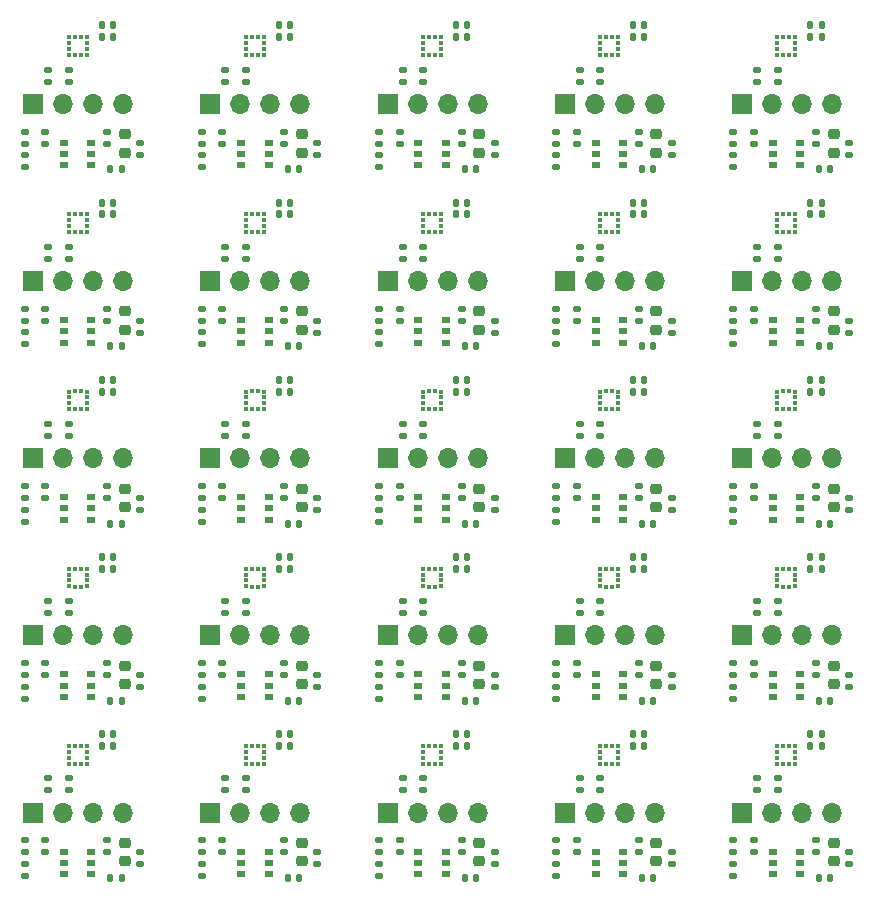
<source format=gbr>
%TF.GenerationSoftware,KiCad,Pcbnew,7.0.1*%
%TF.CreationDate,2025-01-22T12:30:56-05:00*%
%TF.ProjectId,TrackRingA-panel,54726163-6b52-4696-9e67-412d70616e65,rev?*%
%TF.SameCoordinates,Original*%
%TF.FileFunction,Soldermask,Top*%
%TF.FilePolarity,Negative*%
%FSLAX46Y46*%
G04 Gerber Fmt 4.6, Leading zero omitted, Abs format (unit mm)*
G04 Created by KiCad (PCBNEW 7.0.1) date 2025-01-22 12:30:56*
%MOMM*%
%LPD*%
G01*
G04 APERTURE LIST*
G04 Aperture macros list*
%AMRoundRect*
0 Rectangle with rounded corners*
0 $1 Rounding radius*
0 $2 $3 $4 $5 $6 $7 $8 $9 X,Y pos of 4 corners*
0 Add a 4 corners polygon primitive as box body*
4,1,4,$2,$3,$4,$5,$6,$7,$8,$9,$2,$3,0*
0 Add four circle primitives for the rounded corners*
1,1,$1+$1,$2,$3*
1,1,$1+$1,$4,$5*
1,1,$1+$1,$6,$7*
1,1,$1+$1,$8,$9*
0 Add four rect primitives between the rounded corners*
20,1,$1+$1,$2,$3,$4,$5,0*
20,1,$1+$1,$4,$5,$6,$7,0*
20,1,$1+$1,$6,$7,$8,$9,0*
20,1,$1+$1,$8,$9,$2,$3,0*%
G04 Aperture macros list end*
%ADD10R,0.375000X0.350000*%
%ADD11R,0.350000X0.375000*%
%ADD12RoundRect,0.140000X0.140000X0.170000X-0.140000X0.170000X-0.140000X-0.170000X0.140000X-0.170000X0*%
%ADD13RoundRect,0.135000X0.185000X-0.135000X0.185000X0.135000X-0.185000X0.135000X-0.185000X-0.135000X0*%
%ADD14RoundRect,0.218750X0.256250X-0.218750X0.256250X0.218750X-0.256250X0.218750X-0.256250X-0.218750X0*%
%ADD15RoundRect,0.135000X-0.185000X0.135000X-0.185000X-0.135000X0.185000X-0.135000X0.185000X0.135000X0*%
%ADD16R,0.700000X0.510000*%
%ADD17R,1.700000X1.700000*%
%ADD18O,1.700000X1.700000*%
G04 APERTURE END LIST*
D10*
%TO.C,U2*%
X117737500Y-83000000D03*
X117737500Y-83500000D03*
X117737500Y-84000000D03*
X117737500Y-84500000D03*
D11*
X118250000Y-84512500D03*
X118750000Y-84512500D03*
D10*
X119262500Y-84500000D03*
X119262500Y-84000000D03*
X119262500Y-83500000D03*
X119262500Y-83000000D03*
D11*
X118750000Y-82987500D03*
X118250000Y-82987500D03*
%TD*%
D12*
%TO.C,C2*%
X121480000Y-53000000D03*
X120520000Y-53000000D03*
%TD*%
D13*
%TO.C,R5*%
X153800000Y-78010000D03*
X153800000Y-76990000D03*
%TD*%
%TO.C,R3*%
X151000000Y-77010000D03*
X151000000Y-75990000D03*
%TD*%
%TO.C,R4*%
X144010000Y-64010000D03*
X144010000Y-62990000D03*
%TD*%
%TO.C,R5*%
X183800000Y-33010000D03*
X183800000Y-31990000D03*
%TD*%
D14*
%TO.C,D1*%
X182500000Y-32787500D03*
X182500000Y-31212500D03*
%TD*%
D15*
%TO.C,R1*%
X145750000Y-30990000D03*
X145750000Y-32010000D03*
%TD*%
D13*
%TO.C,R7*%
X131000000Y-86760000D03*
X131000000Y-85740000D03*
%TD*%
D15*
%TO.C,R2*%
X129000000Y-45990000D03*
X129000000Y-47010000D03*
%TD*%
D13*
%TO.C,R6*%
X177750000Y-26760000D03*
X177750000Y-25740000D03*
%TD*%
D15*
%TO.C,R2*%
X129000000Y-30990000D03*
X129000000Y-32010000D03*
%TD*%
D14*
%TO.C,D1*%
X122500000Y-62787500D03*
X122500000Y-61212500D03*
%TD*%
D13*
%TO.C,R3*%
X181000000Y-92010000D03*
X181000000Y-90990000D03*
%TD*%
D12*
%TO.C,C1*%
X167230000Y-79175000D03*
X166270000Y-79175000D03*
%TD*%
D15*
%TO.C,R2*%
X174000000Y-75990000D03*
X174000000Y-77010000D03*
%TD*%
D12*
%TO.C,C3*%
X181480000Y-22000000D03*
X180520000Y-22000000D03*
%TD*%
D13*
%TO.C,R6*%
X132750000Y-86760000D03*
X132750000Y-85740000D03*
%TD*%
D12*
%TO.C,C3*%
X121480000Y-82000000D03*
X120520000Y-82000000D03*
%TD*%
%TO.C,C1*%
X122230000Y-49175000D03*
X121270000Y-49175000D03*
%TD*%
D15*
%TO.C,R2*%
X159000000Y-45990000D03*
X159000000Y-47010000D03*
%TD*%
D13*
%TO.C,R7*%
X131000000Y-41760000D03*
X131000000Y-40740000D03*
%TD*%
%TO.C,R6*%
X117750000Y-86760000D03*
X117750000Y-85740000D03*
%TD*%
D16*
%TO.C,U1*%
X177340000Y-91950000D03*
X177340000Y-92900000D03*
X177340000Y-93850000D03*
X179660000Y-93850000D03*
X179660000Y-92900000D03*
X179660000Y-91950000D03*
%TD*%
%TO.C,U1*%
X117340000Y-46950000D03*
X117340000Y-47900000D03*
X117340000Y-48850000D03*
X119660000Y-48850000D03*
X119660000Y-47900000D03*
X119660000Y-46950000D03*
%TD*%
D13*
%TO.C,R7*%
X146000000Y-41760000D03*
X146000000Y-40740000D03*
%TD*%
%TO.C,R3*%
X181000000Y-77010000D03*
X181000000Y-75990000D03*
%TD*%
%TO.C,R7*%
X146000000Y-71760000D03*
X146000000Y-70740000D03*
%TD*%
D10*
%TO.C,U2*%
X117737500Y-53000000D03*
X117737500Y-53500000D03*
X117737500Y-54000000D03*
X117737500Y-54500000D03*
D11*
X118250000Y-54512500D03*
X118750000Y-54512500D03*
D10*
X119262500Y-54500000D03*
X119262500Y-54000000D03*
X119262500Y-53500000D03*
X119262500Y-53000000D03*
D11*
X118750000Y-52987500D03*
X118250000Y-52987500D03*
%TD*%
D12*
%TO.C,C2*%
X181480000Y-23000000D03*
X180520000Y-23000000D03*
%TD*%
D10*
%TO.C,U2*%
X177737500Y-38000000D03*
X177737500Y-38500000D03*
X177737500Y-39000000D03*
X177737500Y-39500000D03*
D11*
X178250000Y-39512500D03*
X178750000Y-39512500D03*
D10*
X179262500Y-39500000D03*
X179262500Y-39000000D03*
X179262500Y-38500000D03*
X179262500Y-38000000D03*
D11*
X178750000Y-37987500D03*
X178250000Y-37987500D03*
%TD*%
D16*
%TO.C,U1*%
X132340000Y-76950000D03*
X132340000Y-77900000D03*
X132340000Y-78850000D03*
X134660000Y-78850000D03*
X134660000Y-77900000D03*
X134660000Y-76950000D03*
%TD*%
D10*
%TO.C,U2*%
X147737500Y-68000000D03*
X147737500Y-68500000D03*
X147737500Y-69000000D03*
X147737500Y-69500000D03*
D11*
X148250000Y-69512500D03*
X148750000Y-69512500D03*
D10*
X149262500Y-69500000D03*
X149262500Y-69000000D03*
X149262500Y-68500000D03*
X149262500Y-68000000D03*
D11*
X148750000Y-67987500D03*
X148250000Y-67987500D03*
%TD*%
D12*
%TO.C,C2*%
X166480000Y-23000000D03*
X165520000Y-23000000D03*
%TD*%
%TO.C,C2*%
X181480000Y-83000000D03*
X180520000Y-83000000D03*
%TD*%
D15*
%TO.C,R1*%
X130750000Y-60990000D03*
X130750000Y-62010000D03*
%TD*%
D13*
%TO.C,R5*%
X123800000Y-63010000D03*
X123800000Y-61990000D03*
%TD*%
%TO.C,R3*%
X166000000Y-62010000D03*
X166000000Y-60990000D03*
%TD*%
%TO.C,R3*%
X121000000Y-92010000D03*
X121000000Y-90990000D03*
%TD*%
D14*
%TO.C,D1*%
X167500000Y-77787500D03*
X167500000Y-76212500D03*
%TD*%
D15*
%TO.C,R1*%
X115750000Y-75990000D03*
X115750000Y-77010000D03*
%TD*%
D16*
%TO.C,U1*%
X162340000Y-61950000D03*
X162340000Y-62900000D03*
X162340000Y-63850000D03*
X164660000Y-63850000D03*
X164660000Y-62900000D03*
X164660000Y-61950000D03*
%TD*%
D13*
%TO.C,R7*%
X116000000Y-41760000D03*
X116000000Y-40740000D03*
%TD*%
D10*
%TO.C,U2*%
X177737500Y-83000000D03*
X177737500Y-83500000D03*
X177737500Y-84000000D03*
X177737500Y-84500000D03*
D11*
X178250000Y-84512500D03*
X178750000Y-84512500D03*
D10*
X179262500Y-84500000D03*
X179262500Y-84000000D03*
X179262500Y-83500000D03*
X179262500Y-83000000D03*
D11*
X178750000Y-82987500D03*
X178250000Y-82987500D03*
%TD*%
D13*
%TO.C,R3*%
X136000000Y-62010000D03*
X136000000Y-60990000D03*
%TD*%
D12*
%TO.C,C1*%
X152230000Y-34175000D03*
X151270000Y-34175000D03*
%TD*%
D13*
%TO.C,R4*%
X114010000Y-34010000D03*
X114010000Y-32990000D03*
%TD*%
D10*
%TO.C,U2*%
X132737500Y-68000000D03*
X132737500Y-68500000D03*
X132737500Y-69000000D03*
X132737500Y-69500000D03*
D11*
X133250000Y-69512500D03*
X133750000Y-69512500D03*
D10*
X134262500Y-69500000D03*
X134262500Y-69000000D03*
X134262500Y-68500000D03*
X134262500Y-68000000D03*
D11*
X133750000Y-67987500D03*
X133250000Y-67987500D03*
%TD*%
D13*
%TO.C,R5*%
X153800000Y-33010000D03*
X153800000Y-31990000D03*
%TD*%
D12*
%TO.C,C1*%
X137230000Y-94175000D03*
X136270000Y-94175000D03*
%TD*%
D13*
%TO.C,R4*%
X159010000Y-79010000D03*
X159010000Y-77990000D03*
%TD*%
D12*
%TO.C,C2*%
X136480000Y-68000000D03*
X135520000Y-68000000D03*
%TD*%
D13*
%TO.C,R5*%
X123800000Y-48010000D03*
X123800000Y-46990000D03*
%TD*%
D14*
%TO.C,D1*%
X152500000Y-47787500D03*
X152500000Y-46212500D03*
%TD*%
D12*
%TO.C,C3*%
X181480000Y-37000000D03*
X180520000Y-37000000D03*
%TD*%
D13*
%TO.C,R7*%
X116000000Y-56760000D03*
X116000000Y-55740000D03*
%TD*%
D16*
%TO.C,U1*%
X162340000Y-46950000D03*
X162340000Y-47900000D03*
X162340000Y-48850000D03*
X164660000Y-48850000D03*
X164660000Y-47900000D03*
X164660000Y-46950000D03*
%TD*%
D10*
%TO.C,U2*%
X162737500Y-53000000D03*
X162737500Y-53500000D03*
X162737500Y-54000000D03*
X162737500Y-54500000D03*
D11*
X163250000Y-54512500D03*
X163750000Y-54512500D03*
D10*
X164262500Y-54500000D03*
X164262500Y-54000000D03*
X164262500Y-53500000D03*
X164262500Y-53000000D03*
D11*
X163750000Y-52987500D03*
X163250000Y-52987500D03*
%TD*%
D13*
%TO.C,R3*%
X121000000Y-77010000D03*
X121000000Y-75990000D03*
%TD*%
%TO.C,R6*%
X177750000Y-41760000D03*
X177750000Y-40740000D03*
%TD*%
%TO.C,R4*%
X144010000Y-34010000D03*
X144010000Y-32990000D03*
%TD*%
D12*
%TO.C,C1*%
X167230000Y-64175000D03*
X166270000Y-64175000D03*
%TD*%
%TO.C,C2*%
X151480000Y-38000000D03*
X150520000Y-38000000D03*
%TD*%
%TO.C,C2*%
X121480000Y-83000000D03*
X120520000Y-83000000D03*
%TD*%
D13*
%TO.C,R3*%
X181000000Y-62010000D03*
X181000000Y-60990000D03*
%TD*%
D12*
%TO.C,C3*%
X151480000Y-52000000D03*
X150520000Y-52000000D03*
%TD*%
%TO.C,C1*%
X137230000Y-34175000D03*
X136270000Y-34175000D03*
%TD*%
D15*
%TO.C,R2*%
X114000000Y-30990000D03*
X114000000Y-32010000D03*
%TD*%
D13*
%TO.C,R6*%
X147750000Y-41760000D03*
X147750000Y-40740000D03*
%TD*%
D15*
%TO.C,R2*%
X129000000Y-90990000D03*
X129000000Y-92010000D03*
%TD*%
D13*
%TO.C,R7*%
X146000000Y-26760000D03*
X146000000Y-25740000D03*
%TD*%
D15*
%TO.C,R1*%
X115750000Y-45990000D03*
X115750000Y-47010000D03*
%TD*%
D10*
%TO.C,U2*%
X177737500Y-53000000D03*
X177737500Y-53500000D03*
X177737500Y-54000000D03*
X177737500Y-54500000D03*
D11*
X178250000Y-54512500D03*
X178750000Y-54512500D03*
D10*
X179262500Y-54500000D03*
X179262500Y-54000000D03*
X179262500Y-53500000D03*
X179262500Y-53000000D03*
D11*
X178750000Y-52987500D03*
X178250000Y-52987500D03*
%TD*%
D14*
%TO.C,D1*%
X137500000Y-62787500D03*
X137500000Y-61212500D03*
%TD*%
D12*
%TO.C,C3*%
X181480000Y-52000000D03*
X180520000Y-52000000D03*
%TD*%
%TO.C,C1*%
X122230000Y-64175000D03*
X121270000Y-64175000D03*
%TD*%
D13*
%TO.C,R7*%
X161000000Y-71760000D03*
X161000000Y-70740000D03*
%TD*%
D10*
%TO.C,U2*%
X132737500Y-23000000D03*
X132737500Y-23500000D03*
X132737500Y-24000000D03*
X132737500Y-24500000D03*
D11*
X133250000Y-24512500D03*
X133750000Y-24512500D03*
D10*
X134262500Y-24500000D03*
X134262500Y-24000000D03*
X134262500Y-23500000D03*
X134262500Y-23000000D03*
D11*
X133750000Y-22987500D03*
X133250000Y-22987500D03*
%TD*%
D12*
%TO.C,C2*%
X121480000Y-23000000D03*
X120520000Y-23000000D03*
%TD*%
D13*
%TO.C,R6*%
X117750000Y-26760000D03*
X117750000Y-25740000D03*
%TD*%
D16*
%TO.C,U1*%
X177340000Y-31950000D03*
X177340000Y-32900000D03*
X177340000Y-33850000D03*
X179660000Y-33850000D03*
X179660000Y-32900000D03*
X179660000Y-31950000D03*
%TD*%
D13*
%TO.C,R4*%
X114010000Y-79010000D03*
X114010000Y-77990000D03*
%TD*%
%TO.C,R4*%
X129010000Y-49010000D03*
X129010000Y-47990000D03*
%TD*%
%TO.C,R5*%
X183800000Y-93010000D03*
X183800000Y-91990000D03*
%TD*%
%TO.C,R4*%
X114010000Y-64010000D03*
X114010000Y-62990000D03*
%TD*%
D15*
%TO.C,R2*%
X144000000Y-60990000D03*
X144000000Y-62010000D03*
%TD*%
D14*
%TO.C,D1*%
X152500000Y-32787500D03*
X152500000Y-31212500D03*
%TD*%
D15*
%TO.C,R1*%
X160750000Y-90990000D03*
X160750000Y-92010000D03*
%TD*%
D13*
%TO.C,R7*%
X176000000Y-26760000D03*
X176000000Y-25740000D03*
%TD*%
D12*
%TO.C,C3*%
X166480000Y-67000000D03*
X165520000Y-67000000D03*
%TD*%
D14*
%TO.C,D1*%
X182500000Y-47787500D03*
X182500000Y-46212500D03*
%TD*%
D16*
%TO.C,U1*%
X147340000Y-46950000D03*
X147340000Y-47900000D03*
X147340000Y-48850000D03*
X149660000Y-48850000D03*
X149660000Y-47900000D03*
X149660000Y-46950000D03*
%TD*%
D15*
%TO.C,R2*%
X129000000Y-60990000D03*
X129000000Y-62010000D03*
%TD*%
D13*
%TO.C,R5*%
X123800000Y-78010000D03*
X123800000Y-76990000D03*
%TD*%
D12*
%TO.C,C1*%
X152230000Y-64175000D03*
X151270000Y-64175000D03*
%TD*%
D16*
%TO.C,U1*%
X177340000Y-76950000D03*
X177340000Y-77900000D03*
X177340000Y-78850000D03*
X179660000Y-78850000D03*
X179660000Y-77900000D03*
X179660000Y-76950000D03*
%TD*%
D13*
%TO.C,R7*%
X176000000Y-71760000D03*
X176000000Y-70740000D03*
%TD*%
D16*
%TO.C,U1*%
X177340000Y-46950000D03*
X177340000Y-47900000D03*
X177340000Y-48850000D03*
X179660000Y-48850000D03*
X179660000Y-47900000D03*
X179660000Y-46950000D03*
%TD*%
D14*
%TO.C,D1*%
X137500000Y-77787500D03*
X137500000Y-76212500D03*
%TD*%
D13*
%TO.C,R6*%
X177750000Y-56760000D03*
X177750000Y-55740000D03*
%TD*%
%TO.C,R5*%
X183800000Y-63010000D03*
X183800000Y-61990000D03*
%TD*%
%TO.C,R6*%
X117750000Y-41760000D03*
X117750000Y-40740000D03*
%TD*%
D15*
%TO.C,R1*%
X115750000Y-60990000D03*
X115750000Y-62010000D03*
%TD*%
D12*
%TO.C,C3*%
X136480000Y-37000000D03*
X135520000Y-37000000D03*
%TD*%
D15*
%TO.C,R1*%
X160750000Y-60990000D03*
X160750000Y-62010000D03*
%TD*%
%TO.C,R2*%
X114000000Y-45990000D03*
X114000000Y-47010000D03*
%TD*%
D13*
%TO.C,R4*%
X129010000Y-34010000D03*
X129010000Y-32990000D03*
%TD*%
%TO.C,R5*%
X168800000Y-48010000D03*
X168800000Y-46990000D03*
%TD*%
%TO.C,R6*%
X162750000Y-41760000D03*
X162750000Y-40740000D03*
%TD*%
D12*
%TO.C,C3*%
X151480000Y-67000000D03*
X150520000Y-67000000D03*
%TD*%
D15*
%TO.C,R2*%
X144000000Y-75990000D03*
X144000000Y-77010000D03*
%TD*%
D14*
%TO.C,D1*%
X137500000Y-32787500D03*
X137500000Y-31212500D03*
%TD*%
D13*
%TO.C,R5*%
X168800000Y-33010000D03*
X168800000Y-31990000D03*
%TD*%
%TO.C,R4*%
X129010000Y-94010000D03*
X129010000Y-92990000D03*
%TD*%
D10*
%TO.C,U2*%
X117737500Y-23000000D03*
X117737500Y-23500000D03*
X117737500Y-24000000D03*
X117737500Y-24500000D03*
D11*
X118250000Y-24512500D03*
X118750000Y-24512500D03*
D10*
X119262500Y-24500000D03*
X119262500Y-24000000D03*
X119262500Y-23500000D03*
X119262500Y-23000000D03*
D11*
X118750000Y-22987500D03*
X118250000Y-22987500D03*
%TD*%
D13*
%TO.C,R4*%
X174010000Y-79010000D03*
X174010000Y-77990000D03*
%TD*%
%TO.C,R4*%
X129010000Y-64010000D03*
X129010000Y-62990000D03*
%TD*%
D15*
%TO.C,R1*%
X145750000Y-75990000D03*
X145750000Y-77010000D03*
%TD*%
D14*
%TO.C,D1*%
X122500000Y-77787500D03*
X122500000Y-76212500D03*
%TD*%
D16*
%TO.C,U1*%
X162340000Y-76950000D03*
X162340000Y-77900000D03*
X162340000Y-78850000D03*
X164660000Y-78850000D03*
X164660000Y-77900000D03*
X164660000Y-76950000D03*
%TD*%
D15*
%TO.C,R2*%
X159000000Y-30990000D03*
X159000000Y-32010000D03*
%TD*%
D12*
%TO.C,C1*%
X152230000Y-94175000D03*
X151270000Y-94175000D03*
%TD*%
D10*
%TO.C,U2*%
X162737500Y-68000000D03*
X162737500Y-68500000D03*
X162737500Y-69000000D03*
X162737500Y-69500000D03*
D11*
X163250000Y-69512500D03*
X163750000Y-69512500D03*
D10*
X164262500Y-69500000D03*
X164262500Y-69000000D03*
X164262500Y-68500000D03*
X164262500Y-68000000D03*
D11*
X163750000Y-67987500D03*
X163250000Y-67987500D03*
%TD*%
D13*
%TO.C,R4*%
X174010000Y-64010000D03*
X174010000Y-62990000D03*
%TD*%
D12*
%TO.C,C2*%
X181480000Y-53000000D03*
X180520000Y-53000000D03*
%TD*%
D16*
%TO.C,U1*%
X117340000Y-61950000D03*
X117340000Y-62900000D03*
X117340000Y-63850000D03*
X119660000Y-63850000D03*
X119660000Y-62900000D03*
X119660000Y-61950000D03*
%TD*%
%TO.C,U1*%
X117340000Y-91950000D03*
X117340000Y-92900000D03*
X117340000Y-93850000D03*
X119660000Y-93850000D03*
X119660000Y-92900000D03*
X119660000Y-91950000D03*
%TD*%
D15*
%TO.C,R2*%
X159000000Y-90990000D03*
X159000000Y-92010000D03*
%TD*%
D16*
%TO.C,U1*%
X147340000Y-31950000D03*
X147340000Y-32900000D03*
X147340000Y-33850000D03*
X149660000Y-33850000D03*
X149660000Y-32900000D03*
X149660000Y-31950000D03*
%TD*%
D15*
%TO.C,R2*%
X174000000Y-60990000D03*
X174000000Y-62010000D03*
%TD*%
D12*
%TO.C,C2*%
X166480000Y-53000000D03*
X165520000Y-53000000D03*
%TD*%
D15*
%TO.C,R2*%
X174000000Y-45990000D03*
X174000000Y-47010000D03*
%TD*%
D16*
%TO.C,U1*%
X132340000Y-91950000D03*
X132340000Y-92900000D03*
X132340000Y-93850000D03*
X134660000Y-93850000D03*
X134660000Y-92900000D03*
X134660000Y-91950000D03*
%TD*%
D12*
%TO.C,C1*%
X122230000Y-94175000D03*
X121270000Y-94175000D03*
%TD*%
D16*
%TO.C,U1*%
X117340000Y-76950000D03*
X117340000Y-77900000D03*
X117340000Y-78850000D03*
X119660000Y-78850000D03*
X119660000Y-77900000D03*
X119660000Y-76950000D03*
%TD*%
D13*
%TO.C,R5*%
X123800000Y-93010000D03*
X123800000Y-91990000D03*
%TD*%
D15*
%TO.C,R1*%
X145750000Y-90990000D03*
X145750000Y-92010000D03*
%TD*%
%TO.C,R1*%
X130750000Y-45990000D03*
X130750000Y-47010000D03*
%TD*%
%TO.C,R1*%
X130750000Y-90990000D03*
X130750000Y-92010000D03*
%TD*%
D12*
%TO.C,C3*%
X136480000Y-22000000D03*
X135520000Y-22000000D03*
%TD*%
D13*
%TO.C,R3*%
X151000000Y-47010000D03*
X151000000Y-45990000D03*
%TD*%
D14*
%TO.C,D1*%
X152500000Y-62787500D03*
X152500000Y-61212500D03*
%TD*%
D10*
%TO.C,U2*%
X132737500Y-83000000D03*
X132737500Y-83500000D03*
X132737500Y-84000000D03*
X132737500Y-84500000D03*
D11*
X133250000Y-84512500D03*
X133750000Y-84512500D03*
D10*
X134262500Y-84500000D03*
X134262500Y-84000000D03*
X134262500Y-83500000D03*
X134262500Y-83000000D03*
D11*
X133750000Y-82987500D03*
X133250000Y-82987500D03*
%TD*%
D13*
%TO.C,R4*%
X159010000Y-49010000D03*
X159010000Y-47990000D03*
%TD*%
D14*
%TO.C,D1*%
X137500000Y-92787500D03*
X137500000Y-91212500D03*
%TD*%
D12*
%TO.C,C3*%
X166480000Y-37000000D03*
X165520000Y-37000000D03*
%TD*%
D13*
%TO.C,R6*%
X162750000Y-86760000D03*
X162750000Y-85740000D03*
%TD*%
%TO.C,R5*%
X183800000Y-78010000D03*
X183800000Y-76990000D03*
%TD*%
%TO.C,R4*%
X114010000Y-94010000D03*
X114010000Y-92990000D03*
%TD*%
%TO.C,R7*%
X176000000Y-41760000D03*
X176000000Y-40740000D03*
%TD*%
D12*
%TO.C,C1*%
X182230000Y-79175000D03*
X181270000Y-79175000D03*
%TD*%
D13*
%TO.C,R7*%
X131000000Y-71760000D03*
X131000000Y-70740000D03*
%TD*%
%TO.C,R6*%
X117750000Y-71760000D03*
X117750000Y-70740000D03*
%TD*%
D15*
%TO.C,R2*%
X114000000Y-60990000D03*
X114000000Y-62010000D03*
%TD*%
D13*
%TO.C,R4*%
X144010000Y-94010000D03*
X144010000Y-92990000D03*
%TD*%
D15*
%TO.C,R2*%
X114000000Y-75990000D03*
X114000000Y-77010000D03*
%TD*%
D10*
%TO.C,U2*%
X162737500Y-38000000D03*
X162737500Y-38500000D03*
X162737500Y-39000000D03*
X162737500Y-39500000D03*
D11*
X163250000Y-39512500D03*
X163750000Y-39512500D03*
D10*
X164262500Y-39500000D03*
X164262500Y-39000000D03*
X164262500Y-38500000D03*
X164262500Y-38000000D03*
D11*
X163750000Y-37987500D03*
X163250000Y-37987500D03*
%TD*%
D12*
%TO.C,C2*%
X136480000Y-23000000D03*
X135520000Y-23000000D03*
%TD*%
D13*
%TO.C,R4*%
X159010000Y-94010000D03*
X159010000Y-92990000D03*
%TD*%
D12*
%TO.C,C3*%
X166480000Y-22000000D03*
X165520000Y-22000000D03*
%TD*%
D15*
%TO.C,R1*%
X175750000Y-75990000D03*
X175750000Y-77010000D03*
%TD*%
D16*
%TO.C,U1*%
X147340000Y-61950000D03*
X147340000Y-62900000D03*
X147340000Y-63850000D03*
X149660000Y-63850000D03*
X149660000Y-62900000D03*
X149660000Y-61950000D03*
%TD*%
D13*
%TO.C,R6*%
X132750000Y-71760000D03*
X132750000Y-70740000D03*
%TD*%
%TO.C,R4*%
X159010000Y-34010000D03*
X159010000Y-32990000D03*
%TD*%
D14*
%TO.C,D1*%
X182500000Y-62787500D03*
X182500000Y-61212500D03*
%TD*%
D12*
%TO.C,C1*%
X182230000Y-94175000D03*
X181270000Y-94175000D03*
%TD*%
%TO.C,C2*%
X166480000Y-68000000D03*
X165520000Y-68000000D03*
%TD*%
%TO.C,C1*%
X137230000Y-49175000D03*
X136270000Y-49175000D03*
%TD*%
D15*
%TO.C,R1*%
X145750000Y-45990000D03*
X145750000Y-47010000D03*
%TD*%
D12*
%TO.C,C1*%
X122230000Y-79175000D03*
X121270000Y-79175000D03*
%TD*%
D13*
%TO.C,R6*%
X162750000Y-71760000D03*
X162750000Y-70740000D03*
%TD*%
%TO.C,R3*%
X121000000Y-47010000D03*
X121000000Y-45990000D03*
%TD*%
%TO.C,R7*%
X161000000Y-86760000D03*
X161000000Y-85740000D03*
%TD*%
D10*
%TO.C,U2*%
X147737500Y-38000000D03*
X147737500Y-38500000D03*
X147737500Y-39000000D03*
X147737500Y-39500000D03*
D11*
X148250000Y-39512500D03*
X148750000Y-39512500D03*
D10*
X149262500Y-39500000D03*
X149262500Y-39000000D03*
X149262500Y-38500000D03*
X149262500Y-38000000D03*
D11*
X148750000Y-37987500D03*
X148250000Y-37987500D03*
%TD*%
D13*
%TO.C,R7*%
X161000000Y-26760000D03*
X161000000Y-25740000D03*
%TD*%
D12*
%TO.C,C2*%
X181480000Y-68000000D03*
X180520000Y-68000000D03*
%TD*%
D13*
%TO.C,R5*%
X153800000Y-48010000D03*
X153800000Y-46990000D03*
%TD*%
D12*
%TO.C,C2*%
X136480000Y-53000000D03*
X135520000Y-53000000D03*
%TD*%
D15*
%TO.C,R1*%
X175750000Y-60990000D03*
X175750000Y-62010000D03*
%TD*%
D13*
%TO.C,R4*%
X144010000Y-49010000D03*
X144010000Y-47990000D03*
%TD*%
D15*
%TO.C,R1*%
X115750000Y-90990000D03*
X115750000Y-92010000D03*
%TD*%
D16*
%TO.C,U1*%
X132340000Y-31950000D03*
X132340000Y-32900000D03*
X132340000Y-33850000D03*
X134660000Y-33850000D03*
X134660000Y-32900000D03*
X134660000Y-31950000D03*
%TD*%
D12*
%TO.C,C3*%
X121480000Y-67000000D03*
X120520000Y-67000000D03*
%TD*%
%TO.C,C2*%
X151480000Y-23000000D03*
X150520000Y-23000000D03*
%TD*%
D15*
%TO.C,R2*%
X159000000Y-75990000D03*
X159000000Y-77010000D03*
%TD*%
D13*
%TO.C,R3*%
X151000000Y-92010000D03*
X151000000Y-90990000D03*
%TD*%
%TO.C,R3*%
X151000000Y-62010000D03*
X151000000Y-60990000D03*
%TD*%
D12*
%TO.C,C3*%
X136480000Y-82000000D03*
X135520000Y-82000000D03*
%TD*%
%TO.C,C1*%
X167230000Y-49175000D03*
X166270000Y-49175000D03*
%TD*%
D13*
%TO.C,R6*%
X147750000Y-86760000D03*
X147750000Y-85740000D03*
%TD*%
D12*
%TO.C,C3*%
X181480000Y-67000000D03*
X180520000Y-67000000D03*
%TD*%
D10*
%TO.C,U2*%
X162737500Y-23000000D03*
X162737500Y-23500000D03*
X162737500Y-24000000D03*
X162737500Y-24500000D03*
D11*
X163250000Y-24512500D03*
X163750000Y-24512500D03*
D10*
X164262500Y-24500000D03*
X164262500Y-24000000D03*
X164262500Y-23500000D03*
X164262500Y-23000000D03*
D11*
X163750000Y-22987500D03*
X163250000Y-22987500D03*
%TD*%
D10*
%TO.C,U2*%
X132737500Y-38000000D03*
X132737500Y-38500000D03*
X132737500Y-39000000D03*
X132737500Y-39500000D03*
D11*
X133250000Y-39512500D03*
X133750000Y-39512500D03*
D10*
X134262500Y-39500000D03*
X134262500Y-39000000D03*
X134262500Y-38500000D03*
X134262500Y-38000000D03*
D11*
X133750000Y-37987500D03*
X133250000Y-37987500D03*
%TD*%
D14*
%TO.C,D1*%
X167500000Y-47787500D03*
X167500000Y-46212500D03*
%TD*%
D13*
%TO.C,R4*%
X174010000Y-34010000D03*
X174010000Y-32990000D03*
%TD*%
D10*
%TO.C,U2*%
X117737500Y-68000000D03*
X117737500Y-68500000D03*
X117737500Y-69000000D03*
X117737500Y-69500000D03*
D11*
X118250000Y-69512500D03*
X118750000Y-69512500D03*
D10*
X119262500Y-69500000D03*
X119262500Y-69000000D03*
X119262500Y-68500000D03*
X119262500Y-68000000D03*
D11*
X118750000Y-67987500D03*
X118250000Y-67987500D03*
%TD*%
D12*
%TO.C,C2*%
X166480000Y-38000000D03*
X165520000Y-38000000D03*
%TD*%
D13*
%TO.C,R5*%
X168800000Y-78010000D03*
X168800000Y-76990000D03*
%TD*%
D10*
%TO.C,U2*%
X147737500Y-83000000D03*
X147737500Y-83500000D03*
X147737500Y-84000000D03*
X147737500Y-84500000D03*
D11*
X148250000Y-84512500D03*
X148750000Y-84512500D03*
D10*
X149262500Y-84500000D03*
X149262500Y-84000000D03*
X149262500Y-83500000D03*
X149262500Y-83000000D03*
D11*
X148750000Y-82987500D03*
X148250000Y-82987500D03*
%TD*%
D12*
%TO.C,C3*%
X136480000Y-52000000D03*
X135520000Y-52000000D03*
%TD*%
%TO.C,C2*%
X166480000Y-83000000D03*
X165520000Y-83000000D03*
%TD*%
D15*
%TO.C,R2*%
X174000000Y-30990000D03*
X174000000Y-32010000D03*
%TD*%
D13*
%TO.C,R4*%
X174010000Y-94010000D03*
X174010000Y-92990000D03*
%TD*%
%TO.C,R5*%
X138800000Y-93010000D03*
X138800000Y-91990000D03*
%TD*%
D14*
%TO.C,D1*%
X122500000Y-32787500D03*
X122500000Y-31212500D03*
%TD*%
D13*
%TO.C,R5*%
X153800000Y-63010000D03*
X153800000Y-61990000D03*
%TD*%
D12*
%TO.C,C2*%
X151480000Y-68000000D03*
X150520000Y-68000000D03*
%TD*%
%TO.C,C2*%
X181480000Y-38000000D03*
X180520000Y-38000000D03*
%TD*%
D16*
%TO.C,U1*%
X132340000Y-61950000D03*
X132340000Y-62900000D03*
X132340000Y-63850000D03*
X134660000Y-63850000D03*
X134660000Y-62900000D03*
X134660000Y-61950000D03*
%TD*%
D13*
%TO.C,R5*%
X153800000Y-93010000D03*
X153800000Y-91990000D03*
%TD*%
%TO.C,R7*%
X161000000Y-56760000D03*
X161000000Y-55740000D03*
%TD*%
%TO.C,R3*%
X136000000Y-92010000D03*
X136000000Y-90990000D03*
%TD*%
D12*
%TO.C,C2*%
X121480000Y-38000000D03*
X120520000Y-38000000D03*
%TD*%
D15*
%TO.C,R2*%
X129000000Y-75990000D03*
X129000000Y-77010000D03*
%TD*%
D14*
%TO.C,D1*%
X182500000Y-77787500D03*
X182500000Y-76212500D03*
%TD*%
D13*
%TO.C,R5*%
X168800000Y-63010000D03*
X168800000Y-61990000D03*
%TD*%
D16*
%TO.C,U1*%
X147340000Y-91950000D03*
X147340000Y-92900000D03*
X147340000Y-93850000D03*
X149660000Y-93850000D03*
X149660000Y-92900000D03*
X149660000Y-91950000D03*
%TD*%
%TO.C,U1*%
X162340000Y-91950000D03*
X162340000Y-92900000D03*
X162340000Y-93850000D03*
X164660000Y-93850000D03*
X164660000Y-92900000D03*
X164660000Y-91950000D03*
%TD*%
D13*
%TO.C,R4*%
X174010000Y-49010000D03*
X174010000Y-47990000D03*
%TD*%
%TO.C,R7*%
X116000000Y-26760000D03*
X116000000Y-25740000D03*
%TD*%
%TO.C,R5*%
X123800000Y-33010000D03*
X123800000Y-31990000D03*
%TD*%
D16*
%TO.C,U1*%
X147340000Y-76950000D03*
X147340000Y-77900000D03*
X147340000Y-78850000D03*
X149660000Y-78850000D03*
X149660000Y-77900000D03*
X149660000Y-76950000D03*
%TD*%
D14*
%TO.C,D1*%
X167500000Y-92787500D03*
X167500000Y-91212500D03*
%TD*%
D12*
%TO.C,C1*%
X182230000Y-64175000D03*
X181270000Y-64175000D03*
%TD*%
D14*
%TO.C,D1*%
X122500000Y-92787500D03*
X122500000Y-91212500D03*
%TD*%
D10*
%TO.C,U2*%
X117737500Y-38000000D03*
X117737500Y-38500000D03*
X117737500Y-39000000D03*
X117737500Y-39500000D03*
D11*
X118250000Y-39512500D03*
X118750000Y-39512500D03*
D10*
X119262500Y-39500000D03*
X119262500Y-39000000D03*
X119262500Y-38500000D03*
X119262500Y-38000000D03*
D11*
X118750000Y-37987500D03*
X118250000Y-37987500D03*
%TD*%
D14*
%TO.C,D1*%
X167500000Y-32787500D03*
X167500000Y-31212500D03*
%TD*%
%TO.C,D1*%
X137500000Y-47787500D03*
X137500000Y-46212500D03*
%TD*%
D13*
%TO.C,R6*%
X177750000Y-71760000D03*
X177750000Y-70740000D03*
%TD*%
%TO.C,R3*%
X136000000Y-47010000D03*
X136000000Y-45990000D03*
%TD*%
D15*
%TO.C,R1*%
X160750000Y-30990000D03*
X160750000Y-32010000D03*
%TD*%
D13*
%TO.C,R3*%
X121000000Y-32010000D03*
X121000000Y-30990000D03*
%TD*%
D12*
%TO.C,C2*%
X151480000Y-83000000D03*
X150520000Y-83000000D03*
%TD*%
D14*
%TO.C,D1*%
X152500000Y-92787500D03*
X152500000Y-91212500D03*
%TD*%
D15*
%TO.C,R1*%
X115750000Y-30990000D03*
X115750000Y-32010000D03*
%TD*%
D12*
%TO.C,C3*%
X121480000Y-22000000D03*
X120520000Y-22000000D03*
%TD*%
D16*
%TO.C,U1*%
X162340000Y-31950000D03*
X162340000Y-32900000D03*
X162340000Y-33850000D03*
X164660000Y-33850000D03*
X164660000Y-32900000D03*
X164660000Y-31950000D03*
%TD*%
D13*
%TO.C,R4*%
X129010000Y-79010000D03*
X129010000Y-77990000D03*
%TD*%
D15*
%TO.C,R2*%
X159000000Y-60990000D03*
X159000000Y-62010000D03*
%TD*%
D10*
%TO.C,U2*%
X162737500Y-83000000D03*
X162737500Y-83500000D03*
X162737500Y-84000000D03*
X162737500Y-84500000D03*
D11*
X163250000Y-84512500D03*
X163750000Y-84512500D03*
D10*
X164262500Y-84500000D03*
X164262500Y-84000000D03*
X164262500Y-83500000D03*
X164262500Y-83000000D03*
D11*
X163750000Y-82987500D03*
X163250000Y-82987500D03*
%TD*%
D13*
%TO.C,R4*%
X159010000Y-64010000D03*
X159010000Y-62990000D03*
%TD*%
%TO.C,R7*%
X146000000Y-56760000D03*
X146000000Y-55740000D03*
%TD*%
D15*
%TO.C,R2*%
X144000000Y-45990000D03*
X144000000Y-47010000D03*
%TD*%
%TO.C,R2*%
X144000000Y-90990000D03*
X144000000Y-92010000D03*
%TD*%
D14*
%TO.C,D1*%
X122500000Y-47787500D03*
X122500000Y-46212500D03*
%TD*%
D13*
%TO.C,R6*%
X147750000Y-26760000D03*
X147750000Y-25740000D03*
%TD*%
%TO.C,R5*%
X138800000Y-33010000D03*
X138800000Y-31990000D03*
%TD*%
D12*
%TO.C,C3*%
X136480000Y-67000000D03*
X135520000Y-67000000D03*
%TD*%
D13*
%TO.C,R4*%
X114010000Y-49010000D03*
X114010000Y-47990000D03*
%TD*%
%TO.C,R7*%
X146000000Y-86760000D03*
X146000000Y-85740000D03*
%TD*%
%TO.C,R4*%
X144010000Y-79010000D03*
X144010000Y-77990000D03*
%TD*%
%TO.C,R3*%
X151000000Y-32010000D03*
X151000000Y-30990000D03*
%TD*%
%TO.C,R7*%
X131000000Y-26760000D03*
X131000000Y-25740000D03*
%TD*%
D15*
%TO.C,R1*%
X130750000Y-75990000D03*
X130750000Y-77010000D03*
%TD*%
D13*
%TO.C,R3*%
X121000000Y-62010000D03*
X121000000Y-60990000D03*
%TD*%
D12*
%TO.C,C1*%
X137230000Y-79175000D03*
X136270000Y-79175000D03*
%TD*%
D10*
%TO.C,U2*%
X132737500Y-53000000D03*
X132737500Y-53500000D03*
X132737500Y-54000000D03*
X132737500Y-54500000D03*
D11*
X133250000Y-54512500D03*
X133750000Y-54512500D03*
D10*
X134262500Y-54500000D03*
X134262500Y-54000000D03*
X134262500Y-53500000D03*
X134262500Y-53000000D03*
D11*
X133750000Y-52987500D03*
X133250000Y-52987500D03*
%TD*%
D13*
%TO.C,R7*%
X176000000Y-86760000D03*
X176000000Y-85740000D03*
%TD*%
D16*
%TO.C,U1*%
X132340000Y-46950000D03*
X132340000Y-47900000D03*
X132340000Y-48850000D03*
X134660000Y-48850000D03*
X134660000Y-47900000D03*
X134660000Y-46950000D03*
%TD*%
%TO.C,U1*%
X177340000Y-61950000D03*
X177340000Y-62900000D03*
X177340000Y-63850000D03*
X179660000Y-63850000D03*
X179660000Y-62900000D03*
X179660000Y-61950000D03*
%TD*%
D13*
%TO.C,R5*%
X138800000Y-78010000D03*
X138800000Y-76990000D03*
%TD*%
D15*
%TO.C,R2*%
X144000000Y-30990000D03*
X144000000Y-32010000D03*
%TD*%
D13*
%TO.C,R7*%
X131000000Y-56760000D03*
X131000000Y-55740000D03*
%TD*%
%TO.C,R7*%
X161000000Y-41760000D03*
X161000000Y-40740000D03*
%TD*%
D12*
%TO.C,C1*%
X137230000Y-64175000D03*
X136270000Y-64175000D03*
%TD*%
D13*
%TO.C,R6*%
X132750000Y-26760000D03*
X132750000Y-25740000D03*
%TD*%
%TO.C,R6*%
X132750000Y-41760000D03*
X132750000Y-40740000D03*
%TD*%
%TO.C,R6*%
X147750000Y-71760000D03*
X147750000Y-70740000D03*
%TD*%
D12*
%TO.C,C2*%
X136480000Y-38000000D03*
X135520000Y-38000000D03*
%TD*%
%TO.C,C2*%
X121480000Y-68000000D03*
X120520000Y-68000000D03*
%TD*%
D10*
%TO.C,U2*%
X147737500Y-53000000D03*
X147737500Y-53500000D03*
X147737500Y-54000000D03*
X147737500Y-54500000D03*
D11*
X148250000Y-54512500D03*
X148750000Y-54512500D03*
D10*
X149262500Y-54500000D03*
X149262500Y-54000000D03*
X149262500Y-53500000D03*
X149262500Y-53000000D03*
D11*
X148750000Y-52987500D03*
X148250000Y-52987500D03*
%TD*%
D15*
%TO.C,R1*%
X130750000Y-30990000D03*
X130750000Y-32010000D03*
%TD*%
D12*
%TO.C,C3*%
X151480000Y-37000000D03*
X150520000Y-37000000D03*
%TD*%
D13*
%TO.C,R7*%
X176000000Y-56760000D03*
X176000000Y-55740000D03*
%TD*%
D15*
%TO.C,R2*%
X174000000Y-90990000D03*
X174000000Y-92010000D03*
%TD*%
D13*
%TO.C,R3*%
X166000000Y-92010000D03*
X166000000Y-90990000D03*
%TD*%
%TO.C,R3*%
X136000000Y-77010000D03*
X136000000Y-75990000D03*
%TD*%
D14*
%TO.C,D1*%
X152500000Y-77787500D03*
X152500000Y-76212500D03*
%TD*%
D13*
%TO.C,R5*%
X138800000Y-63010000D03*
X138800000Y-61990000D03*
%TD*%
D12*
%TO.C,C1*%
X182230000Y-34175000D03*
X181270000Y-34175000D03*
%TD*%
D13*
%TO.C,R6*%
X132750000Y-56760000D03*
X132750000Y-55740000D03*
%TD*%
%TO.C,R3*%
X136000000Y-32010000D03*
X136000000Y-30990000D03*
%TD*%
D16*
%TO.C,U1*%
X117340000Y-31950000D03*
X117340000Y-32900000D03*
X117340000Y-33850000D03*
X119660000Y-33850000D03*
X119660000Y-32900000D03*
X119660000Y-31950000D03*
%TD*%
D12*
%TO.C,C1*%
X167230000Y-94175000D03*
X166270000Y-94175000D03*
%TD*%
D13*
%TO.C,R6*%
X177750000Y-86760000D03*
X177750000Y-85740000D03*
%TD*%
D12*
%TO.C,C3*%
X151480000Y-82000000D03*
X150520000Y-82000000D03*
%TD*%
%TO.C,C3*%
X181480000Y-82000000D03*
X180520000Y-82000000D03*
%TD*%
%TO.C,C2*%
X136480000Y-83000000D03*
X135520000Y-83000000D03*
%TD*%
%TO.C,C3*%
X121480000Y-37000000D03*
X120520000Y-37000000D03*
%TD*%
D15*
%TO.C,R1*%
X145750000Y-60990000D03*
X145750000Y-62010000D03*
%TD*%
%TO.C,R1*%
X160750000Y-45990000D03*
X160750000Y-47010000D03*
%TD*%
D12*
%TO.C,C1*%
X152230000Y-79175000D03*
X151270000Y-79175000D03*
%TD*%
D13*
%TO.C,R6*%
X147750000Y-56760000D03*
X147750000Y-55740000D03*
%TD*%
D10*
%TO.C,U2*%
X177737500Y-23000000D03*
X177737500Y-23500000D03*
X177737500Y-24000000D03*
X177737500Y-24500000D03*
D11*
X178250000Y-24512500D03*
X178750000Y-24512500D03*
D10*
X179262500Y-24500000D03*
X179262500Y-24000000D03*
X179262500Y-23500000D03*
X179262500Y-23000000D03*
D11*
X178750000Y-22987500D03*
X178250000Y-22987500D03*
%TD*%
D13*
%TO.C,R3*%
X166000000Y-32010000D03*
X166000000Y-30990000D03*
%TD*%
%TO.C,R6*%
X162750000Y-26760000D03*
X162750000Y-25740000D03*
%TD*%
D12*
%TO.C,C3*%
X151480000Y-22000000D03*
X150520000Y-22000000D03*
%TD*%
D10*
%TO.C,U2*%
X177737500Y-68000000D03*
X177737500Y-68500000D03*
X177737500Y-69000000D03*
X177737500Y-69500000D03*
D11*
X178250000Y-69512500D03*
X178750000Y-69512500D03*
D10*
X179262500Y-69500000D03*
X179262500Y-69000000D03*
X179262500Y-68500000D03*
X179262500Y-68000000D03*
D11*
X178750000Y-67987500D03*
X178250000Y-67987500D03*
%TD*%
D15*
%TO.C,R1*%
X175750000Y-90990000D03*
X175750000Y-92010000D03*
%TD*%
D13*
%TO.C,R6*%
X162750000Y-56760000D03*
X162750000Y-55740000D03*
%TD*%
D12*
%TO.C,C1*%
X122230000Y-34175000D03*
X121270000Y-34175000D03*
%TD*%
%TO.C,C1*%
X152230000Y-49175000D03*
X151270000Y-49175000D03*
%TD*%
D13*
%TO.C,R5*%
X138800000Y-48010000D03*
X138800000Y-46990000D03*
%TD*%
D10*
%TO.C,U2*%
X147737500Y-23000000D03*
X147737500Y-23500000D03*
X147737500Y-24000000D03*
X147737500Y-24500000D03*
D11*
X148250000Y-24512500D03*
X148750000Y-24512500D03*
D10*
X149262500Y-24500000D03*
X149262500Y-24000000D03*
X149262500Y-23500000D03*
X149262500Y-23000000D03*
D11*
X148750000Y-22987500D03*
X148250000Y-22987500D03*
%TD*%
D13*
%TO.C,R3*%
X181000000Y-32010000D03*
X181000000Y-30990000D03*
%TD*%
%TO.C,R3*%
X181000000Y-47010000D03*
X181000000Y-45990000D03*
%TD*%
%TO.C,R7*%
X116000000Y-86760000D03*
X116000000Y-85740000D03*
%TD*%
%TO.C,R5*%
X168800000Y-93010000D03*
X168800000Y-91990000D03*
%TD*%
D12*
%TO.C,C1*%
X182230000Y-49175000D03*
X181270000Y-49175000D03*
%TD*%
%TO.C,C3*%
X166480000Y-52000000D03*
X165520000Y-52000000D03*
%TD*%
%TO.C,C1*%
X167230000Y-34175000D03*
X166270000Y-34175000D03*
%TD*%
%TO.C,C3*%
X121480000Y-52000000D03*
X120520000Y-52000000D03*
%TD*%
D14*
%TO.C,D1*%
X182500000Y-92787500D03*
X182500000Y-91212500D03*
%TD*%
D13*
%TO.C,R3*%
X166000000Y-47010000D03*
X166000000Y-45990000D03*
%TD*%
D15*
%TO.C,R1*%
X175750000Y-45990000D03*
X175750000Y-47010000D03*
%TD*%
%TO.C,R1*%
X160750000Y-75990000D03*
X160750000Y-77010000D03*
%TD*%
D12*
%TO.C,C2*%
X151480000Y-53000000D03*
X150520000Y-53000000D03*
%TD*%
D14*
%TO.C,D1*%
X167500000Y-62787500D03*
X167500000Y-61212500D03*
%TD*%
D15*
%TO.C,R2*%
X114000000Y-90990000D03*
X114000000Y-92010000D03*
%TD*%
D13*
%TO.C,R6*%
X117750000Y-56760000D03*
X117750000Y-55740000D03*
%TD*%
D15*
%TO.C,R1*%
X175750000Y-30990000D03*
X175750000Y-32010000D03*
%TD*%
D13*
%TO.C,R5*%
X183800000Y-48010000D03*
X183800000Y-46990000D03*
%TD*%
D12*
%TO.C,C3*%
X166480000Y-82000000D03*
X165520000Y-82000000D03*
%TD*%
D13*
%TO.C,R3*%
X166000000Y-77010000D03*
X166000000Y-75990000D03*
%TD*%
%TO.C,R7*%
X116000000Y-71760000D03*
X116000000Y-70740000D03*
%TD*%
D17*
%TO.C,J1*%
X174730000Y-58650000D03*
D18*
X177270000Y-58650000D03*
X179810000Y-58650000D03*
X182350000Y-58650000D03*
%TD*%
D17*
%TO.C,J1*%
X159730000Y-28650000D03*
D18*
X162270000Y-28650000D03*
X164810000Y-28650000D03*
X167350000Y-28650000D03*
%TD*%
D17*
%TO.C,J1*%
X159730000Y-58650000D03*
D18*
X162270000Y-58650000D03*
X164810000Y-58650000D03*
X167350000Y-58650000D03*
%TD*%
D17*
%TO.C,J1*%
X129730000Y-58650000D03*
D18*
X132270000Y-58650000D03*
X134810000Y-58650000D03*
X137350000Y-58650000D03*
%TD*%
D17*
%TO.C,J1*%
X114730000Y-73650000D03*
D18*
X117270000Y-73650000D03*
X119810000Y-73650000D03*
X122350000Y-73650000D03*
%TD*%
D17*
%TO.C,J1*%
X174730000Y-73650000D03*
D18*
X177270000Y-73650000D03*
X179810000Y-73650000D03*
X182350000Y-73650000D03*
%TD*%
D17*
%TO.C,J1*%
X129730000Y-43650000D03*
D18*
X132270000Y-43650000D03*
X134810000Y-43650000D03*
X137350000Y-43650000D03*
%TD*%
D17*
%TO.C,J1*%
X129730000Y-88650000D03*
D18*
X132270000Y-88650000D03*
X134810000Y-88650000D03*
X137350000Y-88650000D03*
%TD*%
D17*
%TO.C,J1*%
X174730000Y-28650000D03*
D18*
X177270000Y-28650000D03*
X179810000Y-28650000D03*
X182350000Y-28650000D03*
%TD*%
D17*
%TO.C,J1*%
X144730000Y-43650000D03*
D18*
X147270000Y-43650000D03*
X149810000Y-43650000D03*
X152350000Y-43650000D03*
%TD*%
D17*
%TO.C,J1*%
X144730000Y-28650000D03*
D18*
X147270000Y-28650000D03*
X149810000Y-28650000D03*
X152350000Y-28650000D03*
%TD*%
D17*
%TO.C,J1*%
X129730000Y-73650000D03*
D18*
X132270000Y-73650000D03*
X134810000Y-73650000D03*
X137350000Y-73650000D03*
%TD*%
D17*
%TO.C,J1*%
X159730000Y-43650000D03*
D18*
X162270000Y-43650000D03*
X164810000Y-43650000D03*
X167350000Y-43650000D03*
%TD*%
D17*
%TO.C,J1*%
X114730000Y-88650000D03*
D18*
X117270000Y-88650000D03*
X119810000Y-88650000D03*
X122350000Y-88650000D03*
%TD*%
D17*
%TO.C,J1*%
X174730000Y-88650000D03*
D18*
X177270000Y-88650000D03*
X179810000Y-88650000D03*
X182350000Y-88650000D03*
%TD*%
D17*
%TO.C,J1*%
X174730000Y-43650000D03*
D18*
X177270000Y-43650000D03*
X179810000Y-43650000D03*
X182350000Y-43650000D03*
%TD*%
D17*
%TO.C,J1*%
X144730000Y-88650000D03*
D18*
X147270000Y-88650000D03*
X149810000Y-88650000D03*
X152350000Y-88650000D03*
%TD*%
D17*
%TO.C,J1*%
X159730000Y-88650000D03*
D18*
X162270000Y-88650000D03*
X164810000Y-88650000D03*
X167350000Y-88650000D03*
%TD*%
D17*
%TO.C,J1*%
X144730000Y-73650000D03*
D18*
X147270000Y-73650000D03*
X149810000Y-73650000D03*
X152350000Y-73650000D03*
%TD*%
D17*
%TO.C,J1*%
X129730000Y-28650000D03*
D18*
X132270000Y-28650000D03*
X134810000Y-28650000D03*
X137350000Y-28650000D03*
%TD*%
D17*
%TO.C,J1*%
X114730000Y-28650000D03*
D18*
X117270000Y-28650000D03*
X119810000Y-28650000D03*
X122350000Y-28650000D03*
%TD*%
D17*
%TO.C,J1*%
X159730000Y-73650000D03*
D18*
X162270000Y-73650000D03*
X164810000Y-73650000D03*
X167350000Y-73650000D03*
%TD*%
D17*
%TO.C,J1*%
X144730000Y-58650000D03*
D18*
X147270000Y-58650000D03*
X149810000Y-58650000D03*
X152350000Y-58650000D03*
%TD*%
D17*
%TO.C,J1*%
X114730000Y-43650000D03*
D18*
X117270000Y-43650000D03*
X119810000Y-43650000D03*
X122350000Y-43650000D03*
%TD*%
D17*
%TO.C,J1*%
X114730000Y-58650000D03*
D18*
X117270000Y-58650000D03*
X119810000Y-58650000D03*
X122350000Y-58650000D03*
%TD*%
M02*

</source>
